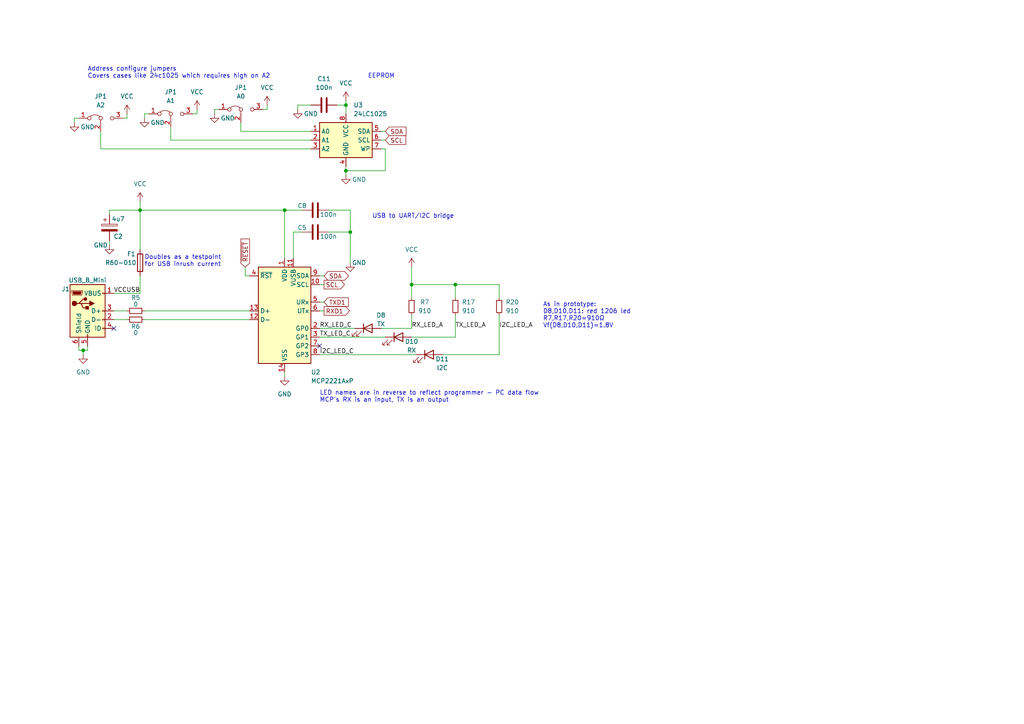
<source format=kicad_sch>
(kicad_sch (version 20230121) (generator eeschema)
  (paper "A4")
  (lib_symbols
    (symbol "Connector:USB_B_Mini" (pin_names (offset 1.016))
      (property "Reference" "J" (at -5.08 11.43 0))
      (property "Value" "USB_B_Mini" (at -5.08 8.89 0))
      (symbol "USB_B_Mini_0_1"
        (rectangle (start -5.08 -7.62) (end 5.08 7.62) (stroke (width 0.254)) (fill (type background)))
        (circle (center -3.81 2.159) (radius 0.635) (stroke (width 0.254)) (fill (type outline)))
        (circle (center -0.635 3.429) (radius 0.381) (stroke (width 0.254)) (fill (type outline)))
        (rectangle (start -0.127 -7.62) (end 0.127 -6.858))
        (polyline (pts (xy -1.905 2.159) (xy 0.635 2.159)) (stroke (width 0.254)))
        (polyline (pts (xy -3.175 2.159) (xy -2.54 2.159) (xy -1.27 3.429) (xy -0.635 3.429)) (stroke (width 0.254)))
        (polyline (pts (xy -2.54 2.159) (xy -1.905 2.159) (xy -1.27 0.889) (xy 0 0.889)) (stroke (width 0.254)))
        (polyline (pts (xy 0.635 2.794) (xy 0.635 1.524) (xy 1.905 2.159) (xy 0.635 2.794)) (stroke (width 0.254)) (fill (type outline)))
        (polyline (pts (xy -4.318 5.588) (xy -1.778 5.588) (xy -2.032 4.826) (xy -4.064 4.826) (xy -4.318 5.588)) (fill (type outline)))
        (polyline (pts (xy -4.699 5.842) (xy -4.699 5.588) (xy -4.445 4.826) (xy -4.445 4.572) (xy -1.651 4.572) (xy -1.651 4.826) (xy -1.397 5.588) (xy -1.397 5.842) (xy -4.699 5.842)))
        (rectangle (start 0.254 1.27) (end -0.508 0.508) (stroke (width 0.254)) (fill (type outline)))
        (rectangle (start 5.08 -5.207) (end 4.318 -4.953))
        (rectangle (start 5.08 -2.667) (end 4.318 -2.413))
        (rectangle (start 5.08 -0.127) (end 4.318 0.127))
        (rectangle (start 5.08 4.953) (end 4.318 5.207))
      )
      (symbol "USB_B_Mini_1_1"
        (pin power_out line (at 7.62 5.08 180) (length 2.54) (name "VBUS") (number "1"))
        (pin bidirectional line (at 7.62 -2.54 180) (length 2.54) (name "D-") (number "2"))
        (pin bidirectional line (at 7.62 0 180) (length 2.54) (name "D+") (number "3"))
        (pin passive line (at 7.62 -5.08 180) (length 2.54) (name "ID") (number "4"))
        (pin power_out line (at 0 -10.16 90) (length 2.54) (name "GND") (number "5"))
        (pin passive line (at -2.54 -10.16 90) (length 2.54) (name "Shield") (number "6"))
      )
    )
    (symbol "Device:C" (pin_numbers hide) (pin_names (offset 0.254))
      (property "Reference" "C" (at 0.635 2.54 0))
      (property "Value" "C" (at 0.635 -2.54 0))
      (symbol "C_0_1"
        (polyline (pts (xy -2.032 -0.762) (xy 2.032 -0.762)) (stroke (width 0.508)))
        (polyline (pts (xy -2.032 0.762) (xy 2.032 0.762)) (stroke (width 0.508)))
      )
      (symbol "C_1_1"
        (pin passive line (at 0 3.81 270) (length 2.794) (name "~") (number "1"))
        (pin passive line (at 0 -3.81 90) (length 2.794) (name "~") (number "2"))
      )
    )
    (symbol "Device:C_Polarized" (pin_numbers hide) (pin_names (offset 0.254))
      (property "Reference" "C" (at 0.635 2.54 0))
      (property "Value" "C_Polarized" (at 0.635 -2.54 0))
      (symbol "C_Polarized_0_1"
        (rectangle (start -2.286 0.508) (end 2.286 1.016))
        (polyline (pts (xy -1.778 2.286) (xy -0.762 2.286)))
        (polyline (pts (xy -1.27 2.794) (xy -1.27 1.778)))
        (rectangle (start 2.286 -0.508) (end -2.286 -1.016) (fill (type outline)))
      )
      (symbol "C_Polarized_1_1"
        (pin passive line (at 0 3.81 270) (length 2.794) (name "~") (number "1"))
        (pin passive line (at 0 -3.81 90) (length 2.794) (name "~") (number "2"))
      )
    )
    (symbol "Device:Fuse" (pin_numbers hide) (pin_names (offset 0))
      (property "Reference" "F" (at 2.032 0 90))
      (property "Value" "Fuse" (at -1.905 0 90))
      (symbol "Fuse_0_1"
        (rectangle (start -0.762 -2.54) (end 0.762 2.54) (stroke (width 0.254)))
        (polyline (pts (xy 0 2.54) (xy 0 -2.54)))
      )
      (symbol "Fuse_1_1"
        (pin passive line (at 0 3.81 270) (length 1.27) (name "~") (number "1"))
        (pin passive line (at 0 -3.81 90) (length 1.27) (name "~") (number "2"))
      )
    )
    (symbol "Device:LED" (pin_numbers hide) (pin_names (offset 1.016) hide)
      (property "Reference" "D" (at 0 2.54 0))
      (property "Value" "LED" (at 0 -2.54 0))
      (symbol "LED_0_1"
        (polyline (pts (xy -1.27 -1.27) (xy -1.27 1.27)) (stroke (width 0.254)))
        (polyline (pts (xy -1.27 0) (xy 1.27 0)))
        (polyline (pts (xy 1.27 -1.27) (xy 1.27 1.27) (xy -1.27 0) (xy 1.27 -1.27)) (stroke (width 0.254)))
        (polyline (pts (xy -3.048 -0.762) (xy -4.572 -2.286) (xy -3.81 -2.286) (xy -4.572 -2.286) (xy -4.572 -1.524)))
        (polyline (pts (xy -1.778 -0.762) (xy -3.302 -2.286) (xy -2.54 -2.286) (xy -3.302 -2.286) (xy -3.302 -1.524)))
      )
      (symbol "LED_1_1"
        (pin passive line (at -3.81 0 0) (length 2.54) (name "K") (number "1"))
        (pin passive line (at 3.81 0 180) (length 2.54) (name "A") (number "2"))
      )
    )
    (symbol "Device:R_Small" (pin_numbers hide) (pin_names (offset 0.254) hide)
      (property "Reference" "R" (at 0.762 0.508 0))
      (property "Value" "R_Small" (at 0.762 -1.016 0))
      (symbol "R_Small_0_1"
        (rectangle (start -0.762 1.778) (end 0.762 -1.778) (stroke (width 0.2032)))
      )
      (symbol "R_Small_1_1"
        (pin passive line (at 0 2.54 270) (length 0.762) (name "~") (number "1"))
        (pin passive line (at 0 -2.54 90) (length 0.762) (name "~") (number "2"))
      )
    )
    (symbol "Interface_USB:MCP2221AxP"
      (property "Reference" "U" (at -7.62 16.51 0))
      (property "Value" "MCP2221AxP" (at 12.7 16.51 0))
      (symbol "MCP2221AxP_0_1"
        (rectangle (start -7.62 15.24) (end 7.62 -12.7) (stroke (width 0.254)) (fill (type background)))
      )
      (symbol "MCP2221AxP_1_1"
        (pin power_in line (at 0 17.78 270) (length 2.54) (name "VDD") (number "1"))
        (pin bidirectional line (at 10.16 10.16 180) (length 2.54) (name "SCL") (number "10"))
        (pin passive line (at 2.54 17.78 270) (length 2.54) (name "VUSB") (number "11"))
        (pin bidirectional line (at -10.16 0 0) (length 2.54) (name "D-") (number "12"))
        (pin bidirectional line (at -10.16 2.54 0) (length 2.54) (name "D+") (number "13"))
        (pin power_in line (at 0 -15.24 90) (length 2.54) (name "VSS") (number "14"))
        (pin bidirectional line (at 10.16 -2.54 180) (length 2.54) (name "GP0") (number "2"))
        (pin bidirectional line (at 10.16 -5.08 180) (length 2.54) (name "GP1") (number "3"))
        (pin input line (at -10.16 12.7 0) (length 2.54) (name "~{RST}") (number "4"))
        (pin input line (at 10.16 5.08 180) (length 2.54) (name "URx") (number "5"))
        (pin output line (at 10.16 2.54 180) (length 2.54) (name "UTx") (number "6"))
        (pin bidirectional line (at 10.16 -7.62 180) (length 2.54) (name "GP2") (number "7"))
        (pin bidirectional line (at 10.16 -10.16 180) (length 2.54) (name "GP3") (number "8"))
        (pin bidirectional line (at 10.16 12.7 180) (length 2.54) (name "SDA") (number "9"))
      )
    )
    (symbol "Jumper:Jumper_3_Bridged12" (pin_names (offset 0) hide)
      (property "Reference" "JP" (at -2.54 -2.54 0))
      (property "Value" "Jumper_3_Bridged12" (at 0 2.794 0))
      (symbol "Jumper_3_Bridged12_0_0"
        (circle (center -3.302 0) (radius 0.508))
        (circle (center 0 0) (radius 0.508))
        (circle (center 3.302 0) (radius 0.508))
      )
      (symbol "Jumper_3_Bridged12_0_1"
        (arc (start -0.254 0.508) (mid -1.651 0.9912) (end -3.048 0.508))
        (polyline (pts (xy 0 -1.27) (xy 0 -0.508)))
      )
      (symbol "Jumper_3_Bridged12_1_1"
        (pin passive line (at -6.35 0 0) (length 2.54) (name "A") (number "1"))
        (pin passive line (at 0 -3.81 90) (length 2.54) (name "C") (number "2"))
        (pin passive line (at 6.35 0 180) (length 2.54) (name "B") (number "3"))
      )
    )
    (symbol "Memory_EEPROM:24LC1025"
      (property "Reference" "U" (at -6.35 6.35 0))
      (property "Value" "24LC1025" (at 1.27 6.35 0))
      (symbol "24LC1025_1_1"
        (rectangle (start -7.62 5.08) (end 7.62 -5.08) (stroke (width 0.254)) (fill (type background)))
        (pin input line (at -10.16 2.54 0) (length 2.54) (name "A0") (number "1"))
        (pin input line (at -10.16 0 0) (length 2.54) (name "A1") (number "2"))
        (pin input line (at -10.16 -2.54 0) (length 2.54) (name "A2") (number "3"))
        (pin power_in line (at 0 -7.62 90) (length 2.54) (name "GND") (number "4"))
        (pin bidirectional line (at 10.16 2.54 180) (length 2.54) (name "SDA") (number "5"))
        (pin input line (at 10.16 0 180) (length 2.54) (name "SCL") (number "6"))
        (pin input line (at 10.16 -2.54 180) (length 2.54) (name "WP") (number "7"))
        (pin power_in line (at 0 7.62 270) (length 2.54) (name "VCC") (number "8"))
      )
    )
    (symbol "power:GND" (power) (pin_names (offset 0))
      (property "Value" "GND" (at 0 -3.81 0))
      (symbol "GND_0_1"
        (polyline (pts (xy 0 0) (xy 0 -1.27) (xy 1.27 -1.27) (xy 0 -2.54) (xy -1.27 -1.27) (xy 0 -1.27)))
      )
      (symbol "GND_1_1"
        (pin power_in line (at 0 0 270) (length 0) hide (name "GND") (number "1"))
      )
    )
    (symbol "power:VCC" (power) (pin_names (offset 0))
      (property "Value" "VCC" (at 0 3.81 0))
      (symbol "VCC_0_1"
        (polyline (pts (xy -0.762 1.27) (xy 0 2.54)))
        (polyline (pts (xy 0 0) (xy 0 2.54)))
        (polyline (pts (xy 0 2.54) (xy 0.762 1.27)))
      )
      (symbol "VCC_1_1"
        (pin power_in line (at 0 0 90) (length 0) hide (name "VCC") (number "1"))
      )
    )
  )
  (junction (at 40.64 60.96))
  (junction (at 101.6 67.31))
  (junction (at 119.38 82.55))
  (junction (at 100.33 49.53))
  (junction (at 24.13 101.6))
  (junction (at 82.55 60.96))
  (junction (at 100.33 30.48))
  (junction (at 132.08 82.55))
  (no_connect (at 33.02 95.25))
  (no_connect (at 92.71 100.33))
  (wire (pts (xy 40.64 60.96) (xy 40.64 72.39)))
  (wire (pts (xy 119.38 77.47) (xy 119.38 82.55)))
  (wire (pts (xy 33.02 90.17) (xy 36.83 90.17)))
  (wire (pts (xy 92.71 102.87) (xy 120.65 102.87)))
  (wire (pts (xy 132.08 91.44) (xy 132.08 97.79)))
  (wire (pts (xy 95.25 60.96) (xy 101.6 60.96)))
  (wire (pts (xy 110.49 38.1) (xy 111.76 38.1)))
  (wire (pts (xy 128.27 102.87) (xy 144.78 102.87)))
  (wire (pts (xy 119.38 86.36) (xy 119.38 82.55)))
  (wire (pts (xy 71.12 77.47) (xy 71.12 80.01)))
  (wire (pts (xy 35.56 34.29) (xy 36.83 34.29)))
  (wire (pts (xy 62.23 33.02) (xy 62.23 31.75)))
  (wire (pts (xy 119.38 82.55) (xy 132.08 82.55)))
  (wire (pts (xy 40.64 80.01) (xy 40.64 85.09)))
  (wire (pts (xy 82.55 107.95) (xy 82.55 109.22)))
  (wire (pts (xy 40.64 60.96) (xy 82.55 60.96)))
  (wire (pts (xy 119.38 97.79) (xy 132.08 97.79)))
  (wire (pts (xy 29.21 38.1) (xy 29.21 43.18)))
  (wire (pts (xy 24.13 102.87) (xy 24.13 101.6)))
  (wire (pts (xy 76.2 31.75) (xy 77.47 31.75)))
  (wire (pts (xy 101.6 67.31) (xy 101.6 76.2)))
  (wire (pts (xy 62.23 31.75) (xy 63.5 31.75)))
  (wire (pts (xy 100.33 49.53) (xy 100.33 50.8)))
  (wire (pts (xy 82.55 60.96) (xy 82.55 74.93)))
  (wire (pts (xy 82.55 60.96) (xy 87.63 60.96)))
  (wire (pts (xy 110.49 40.64) (xy 111.76 40.64)))
  (wire (pts (xy 41.91 34.29) (xy 41.91 33.02)))
  (wire (pts (xy 49.53 40.64) (xy 90.17 40.64)))
  (wire (pts (xy 55.88 33.02) (xy 57.15 33.02)))
  (wire (pts (xy 111.76 49.53) (xy 111.76 43.18)))
  (wire (pts (xy 110.49 95.25) (xy 119.38 95.25)))
  (wire (pts (xy 22.86 101.6) (xy 24.13 101.6)))
  (wire (pts (xy 101.6 60.96) (xy 101.6 67.31)))
  (wire (pts (xy 41.91 92.71) (xy 72.39 92.71)))
  (wire (pts (xy 132.08 82.55) (xy 132.08 86.36)))
  (wire (pts (xy 92.71 95.25) (xy 102.87 95.25)))
  (wire (pts (xy 87.63 67.31) (xy 85.09 67.31)))
  (wire (pts (xy 86.36 31.75) (xy 86.36 30.48)))
  (wire (pts (xy 57.15 33.02) (xy 57.15 31.75)))
  (wire (pts (xy 144.78 91.44) (xy 144.78 102.87)))
  (wire (pts (xy 97.79 30.48) (xy 100.33 30.48)))
  (wire (pts (xy 31.75 60.96) (xy 40.64 60.96)))
  (wire (pts (xy 33.02 85.09) (xy 40.64 85.09)))
  (wire (pts (xy 86.36 30.48) (xy 90.17 30.48)))
  (wire (pts (xy 36.83 34.29) (xy 36.83 33.02)))
  (wire (pts (xy 21.59 35.56) (xy 21.59 34.29)))
  (wire (pts (xy 31.75 62.23) (xy 31.75 60.96)))
  (wire (pts (xy 77.47 31.75) (xy 77.47 30.48)))
  (wire (pts (xy 29.21 43.18) (xy 90.17 43.18)))
  (wire (pts (xy 49.53 36.83) (xy 49.53 40.64)))
  (wire (pts (xy 100.33 48.26) (xy 100.33 49.53)))
  (wire (pts (xy 92.71 80.01) (xy 93.98 80.01)))
  (wire (pts (xy 41.91 90.17) (xy 72.39 90.17)))
  (wire (pts (xy 111.76 43.18) (xy 110.49 43.18)))
  (wire (pts (xy 144.78 86.36) (xy 144.78 82.55)))
  (wire (pts (xy 71.12 80.01) (xy 72.39 80.01)))
  (wire (pts (xy 21.59 34.29) (xy 22.86 34.29)))
  (wire (pts (xy 92.71 87.63) (xy 93.98 87.63)))
  (wire (pts (xy 92.71 90.17) (xy 93.98 90.17)))
  (wire (pts (xy 69.85 38.1) (xy 90.17 38.1)))
  (wire (pts (xy 25.4 100.33) (xy 25.4 101.6)))
  (wire (pts (xy 100.33 30.48) (xy 100.33 33.02)))
  (wire (pts (xy 95.25 67.31) (xy 101.6 67.31)))
  (wire (pts (xy 144.78 82.55) (xy 132.08 82.55)))
  (wire (pts (xy 100.33 49.53) (xy 111.76 49.53)))
  (wire (pts (xy 22.86 100.33) (xy 22.86 101.6)))
  (wire (pts (xy 92.71 97.79) (xy 111.76 97.79)))
  (wire (pts (xy 41.91 33.02) (xy 43.18 33.02)))
  (wire (pts (xy 31.75 71.12) (xy 31.75 69.85)))
  (wire (pts (xy 33.02 92.71) (xy 36.83 92.71)))
  (wire (pts (xy 85.09 67.31) (xy 85.09 74.93)))
  (wire (pts (xy 100.33 29.21) (xy 100.33 30.48)))
  (wire (pts (xy 24.13 101.6) (xy 25.4 101.6)))
  (wire (pts (xy 92.71 82.55) (xy 93.98 82.55)))
  (wire (pts (xy 119.38 91.44) (xy 119.38 95.25)))
  (wire (pts (xy 69.85 38.1) (xy 69.85 35.56)))
  (wire (pts (xy 40.64 58.42) (xy 40.64 60.96)))
  (text "Doubles as a testpoint \nfor USB inrush current" (at 41.91 77.47 0) (effects (font (size 1.27 1.27)) (justify left bottom)))
  (text "As in prototype:\nD8,D10,D11: red 1206 led\nR7,R17,R20=910Ω\nVf(D8,D10,D11)=1.8V" (at 157.48 95.25 0) (effects (font (size 1.27 1.27)) (justify left bottom)))
  (text "USB to UART/I2C bridge" (at 107.95 63.5 0) (effects (font (size 1.27 1.27)) (justify left bottom)))
  (text "LED names are in reverse to reflect programmer - PC data flow\nMCP's RX is an input, TX is an output" (at 92.71 116.84 0) (effects (font (size 1.27 1.27)) (justify left bottom)))
  (text "Address configure jumpers\nCovers cases like 24c1025 which requires high on A2" (at 25.4 22.86 0) (effects (font (size 1.27 1.27)) (justify left bottom)))
  (text "EEPROM" (at 106.68 22.86 0) (effects (font (size 1.27 1.27)) (justify left bottom)))
  (label "I2C_LED_A" (at 144.78 95.25 0))
  (label "RX_LED_A" (at 119.38 95.25 0))
  (label "TX_LED_C" (at 92.71 97.79 0))
  (label "VCCUSB" (at 40.64 85.09 180))
  (label "I2C_LED_C" (at 92.71 102.87 0))
  (label "RX_LED_C" (at 92.71 95.25 0))
  (label "TX_LED_A" (at 132.08 95.25 0))
  (global_label "SDA" (shape input) (at 111.76 38.1 0) (property "Intersheetrefs" "${INTERSHEET_REFS}" (effects hide)))
  (global_label "TXD1" (shape input) (at 93.98 87.63 0) (property "Intersheetrefs" "${INTERSHEET_REFS}" (effects hide)))
  (global_label "~{RESET}" (shape input) (at 71.12 77.47 90) (property "Intersheetrefs" "${INTERSHEET_REFS}" (effects hide)))
  (global_label "SCL" (shape output) (at 93.98 82.55 0) (property "Intersheetrefs" "${INTERSHEET_REFS}" (effects hide)))
  (global_label "SDA" (shape bidirectional) (at 93.98 80.01 0) (property "Intersheetrefs" "${INTERSHEET_REFS}" (effects hide)))
  (global_label "SCL" (shape input) (at 111.76 40.64 0) (property "Intersheetrefs" "${INTERSHEET_REFS}" (effects hide)))
  (global_label "RXD1" (shape output) (at 93.98 90.17 0) (property "Intersheetrefs" "${INTERSHEET_REFS}" (effects hide)))
  (symbol (lib_id "Jumper:Jumper_3_Bridged12") (at 49.53 33.02 0) (unit 1)
    (property "Reference" "JP1" (at 49.53 26.67 0))
    (property "Value" "A1" (at 49.53 29.21 0))
    (property "Footprint" "Connector_PinHeader_2.54mm:PinHeader_1x03_P2.54mm_Vertical" (effects hide))
    (instances (project "electric-chair" (path "" (reference "JP1") (unit 1)) (path "" (reference "JP2") (unit 1))))
  )
  (symbol (lib_id "power:GND") (at 82.55 109.22 0) (unit 1)
    (property "Reference" "#PWR016" (effects hide))
    (property "Value" "GND" (at 82.55 114.3 0))
    (instances (project "electric-chair" (path "" (reference "#PWR016") (unit 1)) (path "" (reference "#PWR017") (unit 1))))
  )
  (symbol (lib_id "power:VCC") (at 36.83 33.02 0) (unit 1)
    (property "Reference" "#PWR041" (effects hide))
    (property "Value" "VCC" (at 36.83 27.94 0))
    (instances (project "electric-chair" (path "" (reference "#PWR041") (unit 1)) (path "" (reference "#PWR049") (unit 1))))
  )
  (symbol (lib_id "Device:C") (at 91.44 67.31 270) (unit 1)
    (property "Reference" "C5" (at 87.63 66.04 90))
    (property "Value" "100n" (at 95.25 68.58 90))
    (property "Footprint" "Capacitor_SMD:C_1206_3216Metric_Pad1.33x1.80mm_HandSolder" (effects hide))
    (instances (project "electric-chair" (path "" (reference "C5") (unit 1)) (path "" (reference "C8") (unit 1))))
  )
  (symbol (lib_id "Device:R_Small") (at 132.08 88.9 180) (unit 1)
    (property "Reference" "R17" (at 135.89 87.63 0))
    (property "Value" "910" (at 135.89 90.17 0))
    (property "Footprint" "Resistor_SMD:R_1206_3216Metric_Pad1.30x1.75mm_HandSolder" (effects hide))
  )
  (symbol (lib_id "Jumper:Jumper_3_Bridged12") (at 69.85 31.75 0) (unit 1)
    (property "Reference" "JP1" (at 69.85 25.4 0))
    (property "Value" "A0" (at 69.85 27.94 0))
    (property "Footprint" "Connector_PinHeader_2.54mm:PinHeader_1x03_P2.54mm_Vertical" (effects hide))
  )
  (symbol (lib_id "Device:R_Small") (at 39.37 92.71 270) (unit 1)
    (property "Reference" "R6" (at 39.3437 94.6885 90))
    (property "Value" "0" (at 39.37 96.52 90))
    (property "Footprint" "Resistor_SMD:R_1206_3216Metric_Pad1.30x1.75mm_HandSolder" (effects hide))
  )
  (symbol (lib_id "power:VCC") (at 57.15 31.75 0) (unit 1)
    (property "Reference" "#PWR041" (effects hide))
    (property "Value" "VCC" (at 57.15 26.67 0))
    (instances (project "electric-chair" (path "" (reference "#PWR041") (unit 1)) (path "" (reference "#PWR047") (unit 1))))
  )
  (symbol (lib_id "power:GND") (at 31.75 71.12 0) (unit 1)
    (property "Reference" "#PWR035" (effects hide))
    (property "Value" "GND" (at 29.21 71.12 0))
    (instances (project "electric-chair" (path "" (reference "#PWR035") (unit 1)) (path "" (reference "#PWR015") (unit 1))))
  )
  (symbol (lib_id "power:GND") (at 62.23 33.02 0) (unit 1)
    (property "Reference" "#PWR018" (effects hide))
    (property "Value" "GND" (at 66.04 34.29 0))
    (instances (project "electric-chair" (path "" (reference "#PWR018") (unit 1)) (path "" (reference "#PWR044") (unit 1))))
  )
  (symbol (lib_id "Jumper:Jumper_3_Bridged12") (at 29.21 34.29 0) (unit 1)
    (property "Reference" "JP1" (at 29.21 27.94 0))
    (property "Value" "A2" (at 29.21 30.48 0))
    (property "Footprint" "Connector_PinHeader_2.54mm:PinHeader_1x03_P2.54mm_Vertical" (effects hide))
    (instances (project "electric-chair" (path "" (reference "JP1") (unit 1)) (path "" (reference "JP3") (unit 1))))
  )
  (symbol (lib_id "power:GND") (at 24.13 102.87 0) (unit 1)
    (property "Reference" "#PWR015" (effects hide))
    (property "Value" "GND" (at 24.13 107.95 0))
    (instances (project "electric-chair" (path "" (reference "#PWR015") (unit 1)) (path "" (reference "#PWR014") (unit 1))))
  )
  (symbol (lib_id "power:GND") (at 41.91 34.29 0) (unit 1)
    (property "Reference" "#PWR018" (effects hide))
    (property "Value" "GND" (at 45.72 35.56 0))
    (instances (project "electric-chair" (path "" (reference "#PWR018") (unit 1)) (path "" (reference "#PWR046") (unit 1))))
  )
  (symbol (lib_id "power:GND") (at 100.33 50.8 0) (unit 1)
    (property "Reference" "#PWR042" (effects hide))
    (property "Value" "GND" (at 104.14 52.07 0))
  )
  (symbol (lib_id "power:VCC") (at 100.33 29.21 0) (unit 1)
    (property "Reference" "#PWR041" (effects hide))
    (property "Value" "VCC" (at 100.33 24.13 0))
  )
  (symbol (lib_id "power:GND") (at 21.59 35.56 0) (unit 1)
    (property "Reference" "#PWR018" (effects hide))
    (property "Value" "GND" (at 25.4 36.83 0))
    (instances (project "electric-chair" (path "" (reference "#PWR018") (unit 1)) (path "" (reference "#PWR048") (unit 1))))
  )
  (symbol (lib_id "Device:R_Small") (at 39.37 90.17 90) (unit 1)
    (property "Reference" "R5" (at 39.37 86.36 90))
    (property "Value" "0" (at 39.3437 88.2375 90))
    (property "Footprint" "Resistor_SMD:R_1206_3216Metric_Pad1.30x1.75mm_HandSolder" (effects hide))
  )
  (symbol (lib_id "Device:R_Small") (at 119.38 88.9 180) (unit 1)
    (property "Reference" "R7" (at 123.19 87.63 0))
    (property "Value" "910" (at 123.19 90.17 0))
    (property "Footprint" "Resistor_SMD:R_1206_3216Metric_Pad1.30x1.75mm_HandSolder" (effects hide))
  )
  (symbol (lib_id "Device:LED") (at 115.57 97.79 0) (unit 1)
    (property "Reference" "D10" (at 119.38 99.06 0))
    (property "Value" "RX" (at 119.38 101.6 0))
    (property "Footprint" "LED_SMD:LED_1206_3216Metric_Pad1.42x1.75mm_HandSolder" (effects hide))
  )
  (symbol (lib_id "Memory_EEPROM:24LC1025") (at 100.33 40.64 0) (unit 1)
    (property "Reference" "U3" (at 102.5241 30.48 0) (effects (justify left)))
    (property "Value" "24LC1025" (at 102.5241 33.02 0) (effects (justify left)))
    (property "Footprint" "Package_DIP:DIP-8_W7.62mm_Socket" (effects hide))
    (property "Datasheet" "http://ww1.microchip.com/downloads/en/DeviceDoc/21941B.pdf" (effects hide))
  )
  (symbol (lib_id "power:VCC") (at 40.64 58.42 0) (unit 1)
    (property "Reference" "#PWR014" (effects hide))
    (property "Value" "VCC" (at 40.64 53.34 0))
    (instances (project "electric-chair" (path "" (reference "#PWR014") (unit 1)) (path "" (reference "#PWR016") (unit 1))))
  )
  (symbol (lib_id "Device:C") (at 93.98 30.48 270) (unit 1)
    (property "Reference" "C11" (at 93.98 22.86 90))
    (property "Value" "100n" (at 93.98 25.4 90))
    (property "Footprint" "Capacitor_SMD:C_1206_3216Metric_Pad1.33x1.80mm_HandSolder" (effects hide))
  )
  (symbol (lib_id "Device:LED") (at 124.46 102.87 0) (unit 1)
    (property "Reference" "D11" (at 128.27 104.14 0))
    (property "Value" "I2C" (at 128.27 106.68 0))
    (property "Footprint" "LED_SMD:LED_1206_3216Metric_Pad1.42x1.75mm_HandSolder" (effects hide))
  )
  (symbol (lib_id "Device:R_Small") (at 144.78 88.9 180) (unit 1)
    (property "Reference" "R20" (at 148.59 87.63 0))
    (property "Value" "910" (at 148.59 90.17 0))
    (property "Footprint" "Resistor_SMD:R_1206_3216Metric_Pad1.30x1.75mm_HandSolder" (effects hide))
  )
  (symbol (lib_id "Device:C_Polarized") (at 31.75 66.04 0) (unit 1)
    (property "Reference" "C2" (at 34.29 68.58 0))
    (property "Value" "4u7" (at 34.29 63.5 0))
    (property "Footprint" "Capacitor_Tantalum_SMD:CP_EIA-7343-31_Kemet-D_Pad2.25x2.55mm_HandSolder" (effects hide))
    (instances (project "electric-chair" (path "" (reference "C2") (unit 1)) (path "" (reference "C2") (unit 1))) (project "tiny85" (path "" (reference "C4") (unit 1))))
  )
  (symbol (lib_id "power:GND") (at 101.6 76.2 0) (unit 1)
    (property "Reference" "#PWR017" (effects hide))
    (property "Value" "GND" (at 104.14 76.2 0))
    (instances (project "electric-chair" (path "" (reference "#PWR017") (unit 1)) (path "" (reference "#PWR019") (unit 1))))
  )
  (symbol (lib_id "Connector:USB_B_Mini") (at 25.4 90.17 0) (unit 1)
    (property "Reference" "J1" (at 19.05 83.82 0))
    (property "Value" "USB_B_Mini" (at 25.4 81.28 0))
    (property "Footprint" "Connector_USB:USB_Mini-B_Wuerth_65100516121_Horizontal" (effects hide))
  )
  (symbol (lib_id "power:GND") (at 86.36 31.75 0) (unit 1)
    (property "Reference" "#PWR018" (effects hide))
    (property "Value" "GND" (at 90.17 33.02 0))
  )
  (symbol (lib_id "Device:LED") (at 106.68 95.25 0) (unit 1)
    (property "Reference" "D8" (at 110.49 91.44 0))
    (property "Value" "TX" (at 110.49 93.98 0))
    (property "Footprint" "LED_SMD:LED_1206_3216Metric_Pad1.42x1.75mm_HandSolder" (effects hide))
  )
  (symbol (lib_id "Interface_USB:MCP2221AxP") (at 82.55 92.71 0) (unit 1)
    (property "Reference" "U2" (at 90.17 107.95 0) (effects (justify left)))
    (property "Value" "MCP2221AxP" (at 90.17 110.49 0) (effects (justify left)))
    (property "Footprint" "Package_SO:SOIC-14_3.9x8.7mm_P1.27mm" (effects hide))
    (property "Datasheet" "http://ww1.microchip.com/downloads/en/DeviceDoc/20005565B.pdf" (effects hide))
    (instances (project "electric-chair" (path "" (reference "U2") (unit 1)) (path "" (reference "U2") (unit 1))) (project "modular_synth" (path "" (reference "U3") (unit 1))) (project "ym2149_rev2" (path "" (reference "U4") (unit 1))))
  )
  (symbol (lib_id "power:VCC") (at 119.38 77.47 0) (unit 1)
    (property "Reference" "#PWR019" (effects hide))
    (property "Value" "VCC" (at 119.38 72.39 0))
    (instances (project "electric-chair" (path "" (reference "#PWR019") (unit 1)) (path "" (reference "#PWR035") (unit 1))))
  )
  (symbol (lib_id "Device:C") (at 91.44 60.96 270) (unit 1)
    (property "Reference" "C8" (at 87.63 59.69 90))
    (property "Value" "100n" (at 95.25 62.23 90))
    (property "Footprint" "Capacitor_SMD:C_1206_3216Metric_Pad1.33x1.80mm_HandSolder" (effects hide))
    (instances (project "electric-chair" (path "" (reference "C8") (unit 1)) (path "" (reference "C5") (unit 1))))
  )
  (symbol (lib_id "Device:Fuse") (at 40.64 76.2 0) (unit 1)
    (property "Reference" "F1" (at 36.83 73.66 0) (effects (justify left)))
    (property "Value" "R60-010" (at 30.48 76.2 0) (effects (justify left)))
    (property "Footprint" "Fuse:Fuse_BelFuse_0ZRE0005FF_L8.3mm_W3.8mm" (effects hide))
    (property "Datasheet" "https://datasheet.lcsc.com/lcsc/2304140030_TECHFUSE-R60-010_C970100.pdf" (effects hide))
  )
  (symbol (lib_id "power:VCC") (at 77.47 30.48 0) (unit 1)
    (property "Reference" "#PWR041" (effects hide))
    (property "Value" "VCC" (at 77.47 25.4 0))
    (instances (project "electric-chair" (path "" (reference "#PWR041") (unit 1)) (path "" (reference "#PWR045") (unit 1))))
  )
)
</source>
